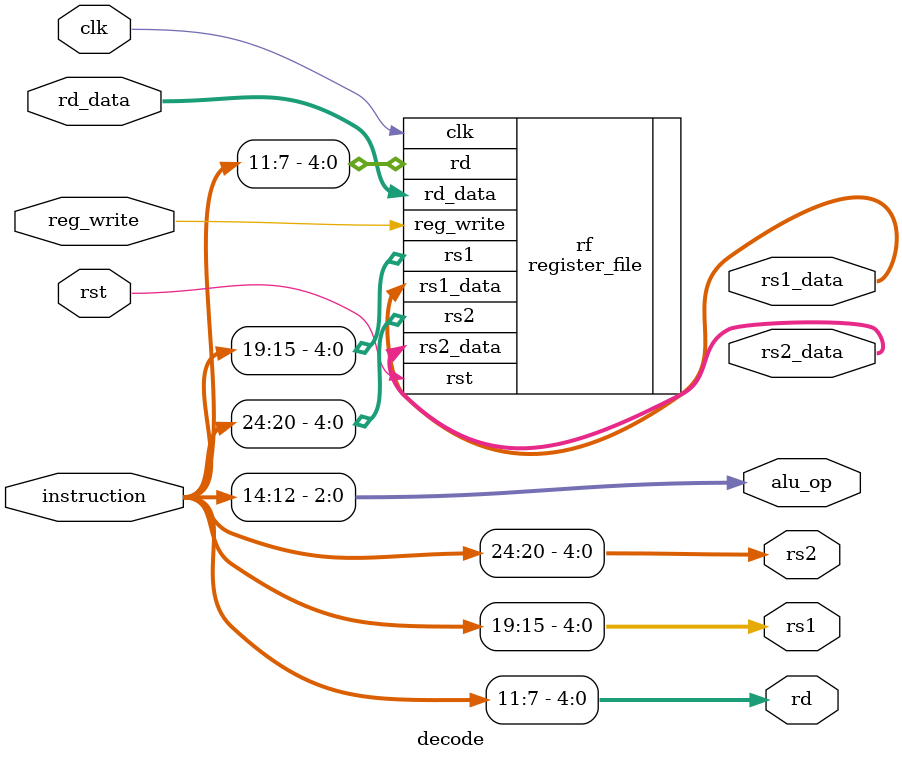
<source format=v>

module decode (
    input clk, rst,
    input [31:0] instruction,
    input [31:0] rd_data,     
    input reg_write,   

    output [2:0] alu_op,      // ALU opcode
    output [31:0] rs1_data, rs2_data,
    output [4:0]  rd, rs1, rs2
);

    assign rs1 = instruction[19:15];
    assign rs2 = instruction[24:20];
    assign rd  = instruction[11:7];

    
    assign alu_op = instruction[14:12]; // Basic ALU control (same as funct3 in RISC-V)

    // Instantiate register_file.v
    register_file rf (
        .clk(clk),
        .rst(rst),
        .rs1(rs1),
        .rs2(rs2),
        .rd(rd),
        .rd_data(rd_data),
        .reg_write(reg_write),
        .rs1_data(rs1_data),
        .rs2_data(rs2_data)
    );

endmodule

</source>
